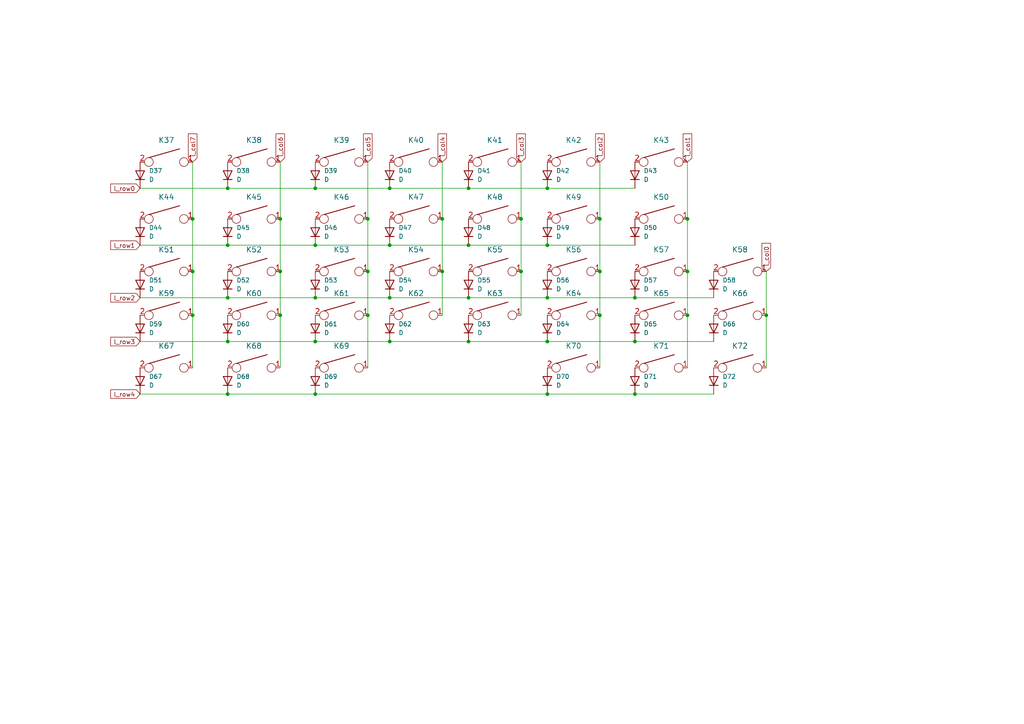
<source format=kicad_sch>
(kicad_sch (version 20230121) (generator eeschema)
  (paper "A4")
  (lib_symbols
    (symbol "Device:D" (pin_numbers hide) (pin_names (offset 1.016) hide)
      (property "Reference" "D" (at 0 2.54 0))
      (property "Value" "D" (at 0 -2.54 0))
      (symbol "D_0_1"
        (polyline (pts (xy -1.27 1.27) (xy -1.27 -1.27)) (stroke (width 0.254)))
        (polyline (pts (xy 1.27 0) (xy -1.27 0)))
        (polyline (pts (xy 1.27 1.27) (xy 1.27 -1.27) (xy -1.27 0) (xy 1.27 1.27)) (stroke (width 0.254)))
      )
      (symbol "D_1_1"
        (pin passive line (at -3.81 0 0) (length 2.54) (name "K") (number "1"))
        (pin passive line (at 3.81 0 180) (length 2.54) (name "A") (number "2"))
      )
    )
    (symbol "Keyboard_Parts:KEYSW" (pin_names (offset 1.016))
      (property "Reference" "K?" (at -1.27 0 0))
      (symbol "KEYSW_0_1"
        (circle (center -5.08 0) (radius 1.27))
        (polyline (pts (xy -5.08 1.27) (xy 3.81 3.81)) (stroke (width 0.254)))
        (circle (center 5.08 0) (radius 1.27))
      )
      (symbol "KEYSW_1_1"
        (pin passive line (at 7.62 0 180) (length 1.27) (name "~") (number "1"))
        (pin passive line (at -7.62 0 0) (length 1.27) (name "~") (number "2"))
      )
    )
  )
  (junction (at 222.25 91.44))
  (junction (at 173.99 78.74))
  (junction (at 113.03 86.36))
  (junction (at 113.03 54.61))
  (junction (at 66.04 99.06))
  (junction (at 184.15 86.36))
  (junction (at 113.03 99.06))
  (junction (at 66.04 54.61))
  (junction (at 55.88 63.5))
  (junction (at 91.44 71.12))
  (junction (at 66.04 114.3))
  (junction (at 91.44 99.06))
  (junction (at 106.68 63.5))
  (junction (at 91.44 86.36))
  (junction (at 199.39 91.44))
  (junction (at 135.89 99.06))
  (junction (at 55.88 78.74))
  (junction (at 128.27 78.74))
  (junction (at 173.99 63.5))
  (junction (at 173.99 91.44))
  (junction (at 128.27 63.5))
  (junction (at 81.28 78.74))
  (junction (at 158.75 99.06))
  (junction (at 158.75 71.12))
  (junction (at 113.03 71.12))
  (junction (at 81.28 91.44))
  (junction (at 158.75 54.61))
  (junction (at 199.39 78.74))
  (junction (at 81.28 63.5))
  (junction (at 66.04 86.36))
  (junction (at 66.04 71.12))
  (junction (at 151.13 78.74))
  (junction (at 91.44 54.61))
  (junction (at 151.13 63.5))
  (junction (at 106.68 91.44))
  (junction (at 91.44 114.3))
  (junction (at 199.39 63.5))
  (junction (at 106.68 78.74))
  (junction (at 55.88 91.44))
  (junction (at 184.15 99.06))
  (junction (at 135.89 86.36))
  (junction (at 135.89 54.61))
  (junction (at 158.75 86.36))
  (junction (at 158.75 114.3))
  (junction (at 135.89 71.12))
  (junction (at 184.15 114.3))
  (wire (pts (xy 222.25 78.74) (xy 222.25 91.44)))
  (wire (pts (xy 91.44 114.3) (xy 158.75 114.3)))
  (wire (pts (xy 40.64 99.06) (xy 66.04 99.06)))
  (wire (pts (xy 55.88 91.44) (xy 55.88 106.68)))
  (wire (pts (xy 66.04 71.12) (xy 91.44 71.12)))
  (wire (pts (xy 199.39 78.74) (xy 199.39 91.44)))
  (wire (pts (xy 113.03 99.06) (xy 135.89 99.06)))
  (wire (pts (xy 151.13 63.5) (xy 151.13 78.74)))
  (wire (pts (xy 173.99 46.99) (xy 173.99 63.5)))
  (wire (pts (xy 106.68 91.44) (xy 106.68 106.68)))
  (wire (pts (xy 151.13 78.74) (xy 151.13 91.44)))
  (wire (pts (xy 128.27 63.5) (xy 128.27 78.74)))
  (wire (pts (xy 81.28 91.44) (xy 81.28 106.68)))
  (wire (pts (xy 222.25 91.44) (xy 222.25 106.68)))
  (wire (pts (xy 40.64 54.61) (xy 66.04 54.61)))
  (wire (pts (xy 81.28 63.5) (xy 81.28 78.74)))
  (wire (pts (xy 81.28 78.74) (xy 81.28 91.44)))
  (wire (pts (xy 106.68 63.5) (xy 106.68 78.74)))
  (wire (pts (xy 158.75 114.3) (xy 184.15 114.3)))
  (wire (pts (xy 199.39 63.5) (xy 199.39 78.74)))
  (wire (pts (xy 135.89 54.61) (xy 158.75 54.61)))
  (wire (pts (xy 128.27 46.99) (xy 128.27 63.5)))
  (wire (pts (xy 173.99 91.44) (xy 173.99 106.68)))
  (wire (pts (xy 106.68 78.74) (xy 106.68 91.44)))
  (wire (pts (xy 66.04 86.36) (xy 91.44 86.36)))
  (wire (pts (xy 135.89 71.12) (xy 158.75 71.12)))
  (wire (pts (xy 91.44 54.61) (xy 113.03 54.61)))
  (wire (pts (xy 55.88 78.74) (xy 55.88 91.44)))
  (wire (pts (xy 55.88 63.5) (xy 55.88 78.74)))
  (wire (pts (xy 135.89 99.06) (xy 158.75 99.06)))
  (wire (pts (xy 91.44 99.06) (xy 113.03 99.06)))
  (wire (pts (xy 40.64 114.3) (xy 66.04 114.3)))
  (wire (pts (xy 184.15 99.06) (xy 207.01 99.06)))
  (wire (pts (xy 199.39 46.99) (xy 199.39 63.5)))
  (wire (pts (xy 113.03 54.61) (xy 135.89 54.61)))
  (wire (pts (xy 151.13 46.99) (xy 151.13 63.5)))
  (wire (pts (xy 40.64 86.36) (xy 66.04 86.36)))
  (wire (pts (xy 158.75 99.06) (xy 184.15 99.06)))
  (wire (pts (xy 158.75 71.12) (xy 184.15 71.12)))
  (wire (pts (xy 173.99 63.5) (xy 173.99 78.74)))
  (wire (pts (xy 184.15 86.36) (xy 207.01 86.36)))
  (wire (pts (xy 40.64 71.12) (xy 66.04 71.12)))
  (wire (pts (xy 173.99 78.74) (xy 173.99 91.44)))
  (wire (pts (xy 106.68 46.99) (xy 106.68 63.5)))
  (wire (pts (xy 158.75 54.61) (xy 184.15 54.61)))
  (wire (pts (xy 113.03 86.36) (xy 135.89 86.36)))
  (wire (pts (xy 184.15 114.3) (xy 207.01 114.3)))
  (wire (pts (xy 81.28 46.99) (xy 81.28 63.5)))
  (wire (pts (xy 128.27 78.74) (xy 128.27 91.44)))
  (wire (pts (xy 113.03 71.12) (xy 135.89 71.12)))
  (wire (pts (xy 66.04 99.06) (xy 91.44 99.06)))
  (wire (pts (xy 55.88 46.99) (xy 55.88 63.5)))
  (wire (pts (xy 158.75 86.36) (xy 184.15 86.36)))
  (wire (pts (xy 91.44 86.36) (xy 113.03 86.36)))
  (wire (pts (xy 66.04 114.3) (xy 91.44 114.3)))
  (wire (pts (xy 91.44 71.12) (xy 113.03 71.12)))
  (wire (pts (xy 199.39 91.44) (xy 199.39 106.68)))
  (wire (pts (xy 135.89 86.36) (xy 158.75 86.36)))
  (wire (pts (xy 66.04 54.61) (xy 91.44 54.61)))
  (global_label "l_col3" (shape input) (at 151.13 46.99 90) (property "Intersheetrefs" "${INTERSHEET_REFS}" (effects hide)))
  (global_label "l_col2" (shape input) (at 173.99 46.99 90) (property "Intersheetrefs" "${INTERSHEET_REFS}" (effects hide)))
  (global_label "l_col1" (shape input) (at 199.39 46.99 90) (property "Intersheetrefs" "${INTERSHEET_REFS}" (effects hide)))
  (global_label "l_col4" (shape input) (at 128.27 46.99 90) (property "Intersheetrefs" "${INTERSHEET_REFS}" (effects hide)))
  (global_label "l_row4" (shape input) (at 40.64 114.3 180) (property "Intersheetrefs" "${INTERSHEET_REFS}" (effects hide)))
  (global_label "l_col6" (shape input) (at 81.28 46.99 90) (property "Intersheetrefs" "${INTERSHEET_REFS}" (effects hide)))
  (global_label "l_col0" (shape input) (at 222.25 78.74 90) (property "Intersheetrefs" "${INTERSHEET_REFS}" (effects hide)))
  (global_label "l_row0" (shape input) (at 40.64 54.61 180) (property "Intersheetrefs" "${INTERSHEET_REFS}" (effects hide)))
  (global_label "l_col5" (shape input) (at 106.68 46.99 90) (property "Intersheetrefs" "${INTERSHEET_REFS}" (effects hide)))
  (global_label "l_row1" (shape input) (at 40.64 71.12 180) (property "Intersheetrefs" "${INTERSHEET_REFS}" (effects hide)))
  (global_label "l_col7" (shape input) (at 55.88 46.99 90) (property "Intersheetrefs" "${INTERSHEET_REFS}" (effects hide)))
  (global_label "l_row3" (shape input) (at 40.64 99.06 180) (property "Intersheetrefs" "${INTERSHEET_REFS}" (effects hide)))
  (global_label "l_row2" (shape input) (at 40.64 86.36 180) (property "Intersheetrefs" "${INTERSHEET_REFS}" (effects hide)))
  (symbol (lib_id "Device:D") (at 135.89 67.31 90) (unit 1)
    (property "Reference" "D48" (at 138.43 66.04 90) (effects (justify right)))
    (property "Value" "D" (at 138.43 68.58 90) (effects (justify right)))
    (property "Footprint" "Diode_SMD:D_SOD-323" (effects hide))
    (property "Sim.Device" "D" (effects hide))
    (property "Sim.Pins" "1=K 2=A" (effects hide))
  )
  (symbol (lib_id "Keyboard_Parts:KEYSW") (at 99.06 63.5 0) (unit 1)
    (property "Reference" "K46" (at 99.06 57.15 0) (effects (font (size 1.524 1.524))))
    (property "Value" "KEYSW" (effects hide))
    (property "Footprint" "KiSwitch_Kailh_Hotswap:SW_Hotswap_Kailh_Choc_V1_1.00u" (effects hide))
  )
  (symbol (lib_id "Device:D") (at 66.04 50.8 90) (unit 1)
    (property "Reference" "D38" (at 68.58 49.53 90) (effects (justify right)))
    (property "Value" "D" (at 68.58 52.07 90) (effects (justify right)))
    (property "Footprint" "Diode_SMD:D_SOD-323" (effects hide))
    (property "Sim.Device" "D" (effects hide))
    (property "Sim.Pins" "1=K 2=A" (effects hide))
  )
  (symbol (lib_id "Device:D") (at 184.15 67.31 90) (unit 1)
    (property "Reference" "D50" (at 186.69 66.04 90) (effects (justify right)))
    (property "Value" "D" (at 186.69 68.58 90) (effects (justify right)))
    (property "Footprint" "Diode_SMD:D_SOD-323" (effects hide))
    (property "Sim.Device" "D" (effects hide))
    (property "Sim.Pins" "1=K 2=A" (effects hide))
  )
  (symbol (lib_id "Device:D") (at 91.44 50.8 90) (unit 1)
    (property "Reference" "D39" (at 93.98 49.53 90) (effects (justify right)))
    (property "Value" "D" (at 93.98 52.07 90) (effects (justify right)))
    (property "Footprint" "Diode_SMD:D_SOD-323" (effects hide))
    (property "Sim.Device" "D" (effects hide))
    (property "Sim.Pins" "1=K 2=A" (effects hide))
  )
  (symbol (lib_id "Keyboard_Parts:KEYSW") (at 143.51 46.99 0) (unit 1)
    (property "Reference" "K41" (at 143.51 40.64 0) (effects (font (size 1.524 1.524))))
    (property "Value" "KEYSW" (effects hide))
    (property "Footprint" "KiSwitch_Kailh_Hotswap:SW_Hotswap_Kailh_Choc_V1_1.00u" (effects hide))
  )
  (symbol (lib_id "Device:D") (at 113.03 67.31 90) (unit 1)
    (property "Reference" "D47" (at 115.57 66.04 90) (effects (justify right)))
    (property "Value" "D" (at 115.57 68.58 90) (effects (justify right)))
    (property "Footprint" "Diode_SMD:D_SOD-323" (effects hide))
    (property "Sim.Device" "D" (effects hide))
    (property "Sim.Pins" "1=K 2=A" (effects hide))
  )
  (symbol (lib_id "Device:D") (at 158.75 82.55 90) (unit 1)
    (property "Reference" "D56" (at 161.29 81.28 90) (effects (justify right)))
    (property "Value" "D" (at 161.29 83.82 90) (effects (justify right)))
    (property "Footprint" "Diode_SMD:D_SOD-323" (effects hide))
    (property "Sim.Device" "D" (effects hide))
    (property "Sim.Pins" "1=K 2=A" (effects hide))
  )
  (symbol (lib_id "Keyboard_Parts:KEYSW") (at 166.37 78.74 0) (unit 1)
    (property "Reference" "K56" (at 166.37 72.39 0) (effects (font (size 1.524 1.524))))
    (property "Value" "KEYSW" (effects hide))
    (property "Footprint" "KiSwitch_Kailh_Hotswap:SW_Hotswap_Kailh_Choc_V1_1.00u" (effects hide))
  )
  (symbol (lib_id "Device:D") (at 207.01 82.55 90) (unit 1)
    (property "Reference" "D58" (at 209.55 81.28 90) (effects (justify right)))
    (property "Value" "D" (at 209.55 83.82 90) (effects (justify right)))
    (property "Footprint" "Diode_SMD:D_SOD-323" (effects hide))
    (property "Sim.Device" "D" (effects hide))
    (property "Sim.Pins" "1=K 2=A" (effects hide))
  )
  (symbol (lib_id "Keyboard_Parts:KEYSW") (at 120.65 91.44 0) (unit 1)
    (property "Reference" "K62" (at 120.65 85.09 0) (effects (font (size 1.524 1.524))))
    (property "Value" "KEYSW" (effects hide))
    (property "Footprint" "KiSwitch_Kailh_Hotswap:SW_Hotswap_Kailh_Choc_V1_1.00u" (effects hide))
  )
  (symbol (lib_id "Keyboard_Parts:KEYSW") (at 73.66 106.68 0) (unit 1)
    (property "Reference" "K68" (at 73.66 100.33 0) (effects (font (size 1.524 1.524))))
    (property "Value" "KEYSW" (effects hide))
    (property "Footprint" "KiSwitch_Kailh_Hotswap:SW_Hotswap_Kailh_Choc_V1_1.00u" (effects hide))
  )
  (symbol (lib_id "Device:D") (at 40.64 50.8 90) (unit 1)
    (property "Reference" "D37" (at 43.18 49.53 90) (effects (justify right)))
    (property "Value" "D" (at 43.18 52.07 90) (effects (justify right)))
    (property "Footprint" "Diode_SMD:D_SOD-323" (effects hide))
    (property "Sim.Device" "D" (effects hide))
    (property "Sim.Pins" "1=K 2=A" (effects hide))
  )
  (symbol (lib_id "Keyboard_Parts:KEYSW") (at 120.65 78.74 0) (unit 1)
    (property "Reference" "K54" (at 120.65 72.39 0) (effects (font (size 1.524 1.524))))
    (property "Value" "KEYSW" (effects hide))
    (property "Footprint" "KiSwitch_Kailh_Hotswap:SW_Hotswap_Kailh_Choc_V1_1.00u" (effects hide))
  )
  (symbol (lib_id "Keyboard_Parts:KEYSW") (at 143.51 91.44 0) (unit 1)
    (property "Reference" "K63" (at 143.51 85.09 0) (effects (font (size 1.524 1.524))))
    (property "Value" "KEYSW" (effects hide))
    (property "Footprint" "KiSwitch_Kailh_Hotswap:SW_Hotswap_Kailh_Choc_V1_1.00u" (effects hide))
  )
  (symbol (lib_id "Device:D") (at 113.03 50.8 90) (unit 1)
    (property "Reference" "D40" (at 115.57 49.53 90) (effects (justify right)))
    (property "Value" "D" (at 115.57 52.07 90) (effects (justify right)))
    (property "Footprint" "Diode_SMD:D_SOD-323" (effects hide))
    (property "Sim.Device" "D" (effects hide))
    (property "Sim.Pins" "1=K 2=A" (effects hide))
  )
  (symbol (lib_id "Device:D") (at 207.01 110.49 90) (unit 1)
    (property "Reference" "D72" (at 209.55 109.22 90) (effects (justify right)))
    (property "Value" "D" (at 209.55 111.76 90) (effects (justify right)))
    (property "Footprint" "Diode_SMD:D_SOD-323" (effects hide))
    (property "Sim.Device" "D" (effects hide))
    (property "Sim.Pins" "1=K 2=A" (effects hide))
  )
  (symbol (lib_id "Device:D") (at 91.44 67.31 90) (unit 1)
    (property "Reference" "D46" (at 93.98 66.04 90) (effects (justify right)))
    (property "Value" "D" (at 93.98 68.58 90) (effects (justify right)))
    (property "Footprint" "Diode_SMD:D_SOD-323" (effects hide))
    (property "Sim.Device" "D" (effects hide))
    (property "Sim.Pins" "1=K 2=A" (effects hide))
  )
  (symbol (lib_id "Device:D") (at 40.64 110.49 90) (unit 1)
    (property "Reference" "D67" (at 43.18 109.22 90) (effects (justify right)))
    (property "Value" "D" (at 43.18 111.76 90) (effects (justify right)))
    (property "Footprint" "Diode_SMD:D_SOD-323" (effects hide))
    (property "Sim.Device" "D" (effects hide))
    (property "Sim.Pins" "1=K 2=A" (effects hide))
  )
  (symbol (lib_id "Keyboard_Parts:KEYSW") (at 48.26 63.5 0) (unit 1)
    (property "Reference" "K44" (at 48.26 57.15 0) (effects (font (size 1.524 1.524))))
    (property "Value" "KEYSW" (effects hide))
    (property "Footprint" "KiSwitch_Kailh_Hotswap:SW_Hotswap_Kailh_Choc_V1_1.00u" (effects hide))
  )
  (symbol (lib_id "Keyboard_Parts:KEYSW") (at 166.37 46.99 0) (unit 1)
    (property "Reference" "K42" (at 166.37 40.64 0) (effects (font (size 1.524 1.524))))
    (property "Value" "KEYSW" (effects hide))
    (property "Footprint" "KiSwitch_Kailh_Hotswap:SW_Hotswap_Kailh_Choc_V1_1.00u" (effects hide))
  )
  (symbol (lib_id "Keyboard_Parts:KEYSW") (at 166.37 106.68 0) (unit 1)
    (property "Reference" "K70" (at 166.37 100.33 0) (effects (font (size 1.524 1.524))))
    (property "Value" "KEYSW" (effects hide))
    (property "Footprint" "KiSwitch_Kailh_Hotswap:SW_Hotswap_Kailh_Choc_V1_1.00u" (effects hide))
  )
  (symbol (lib_id "Device:D") (at 66.04 67.31 90) (unit 1)
    (property "Reference" "D45" (at 68.58 66.04 90) (effects (justify right)))
    (property "Value" "D" (at 68.58 68.58 90) (effects (justify right)))
    (property "Footprint" "Diode_SMD:D_SOD-323" (effects hide))
    (property "Sim.Device" "D" (effects hide))
    (property "Sim.Pins" "1=K 2=A" (effects hide))
  )
  (symbol (lib_id "Keyboard_Parts:KEYSW") (at 214.63 91.44 0) (unit 1)
    (property "Reference" "K66" (at 214.63 85.09 0) (effects (font (size 1.524 1.524))))
    (property "Value" "KEYSW" (effects hide))
    (property "Footprint" "KiSwitch_Kailh_Hotswap:SW_Hotswap_Kailh_Choc_V1_1.00u" (effects hide))
  )
  (symbol (lib_id "Keyboard_Parts:KEYSW") (at 73.66 46.99 0) (unit 1)
    (property "Reference" "K38" (at 73.66 40.64 0) (effects (font (size 1.524 1.524))))
    (property "Value" "KEYSW" (effects hide))
    (property "Footprint" "KiSwitch_Kailh_Hotswap:SW_Hotswap_Kailh_Choc_V1_1.00u" (effects hide))
  )
  (symbol (lib_id "Keyboard_Parts:KEYSW") (at 73.66 78.74 0) (unit 1)
    (property "Reference" "K52" (at 73.66 72.39 0) (effects (font (size 1.524 1.524))))
    (property "Value" "KEYSW" (effects hide))
    (property "Footprint" "KiSwitch_Kailh_Hotswap:SW_Hotswap_Kailh_Choc_V1_1.00u" (effects hide))
  )
  (symbol (lib_id "Keyboard_Parts:KEYSW") (at 48.26 78.74 0) (unit 1)
    (property "Reference" "K51" (at 48.26 72.39 0) (effects (font (size 1.524 1.524))))
    (property "Value" "KEYSW" (effects hide))
    (property "Footprint" "KiSwitch_Kailh_Hotswap:SW_Hotswap_Kailh_Choc_V1_1.00u" (effects hide))
  )
  (symbol (lib_id "Keyboard_Parts:KEYSW") (at 73.66 63.5 0) (unit 1)
    (property "Reference" "K45" (at 73.66 57.15 0) (effects (font (size 1.524 1.524))))
    (property "Value" "KEYSW" (effects hide))
    (property "Footprint" "KiSwitch_Kailh_Hotswap:SW_Hotswap_Kailh_Choc_V1_1.00u" (effects hide))
  )
  (symbol (lib_id "Device:D") (at 40.64 95.25 90) (unit 1)
    (property "Reference" "D59" (at 43.18 93.98 90) (effects (justify right)))
    (property "Value" "D" (at 43.18 96.52 90) (effects (justify right)))
    (property "Footprint" "Diode_SMD:D_SOD-323" (effects hide))
    (property "Sim.Device" "D" (effects hide))
    (property "Sim.Pins" "1=K 2=A" (effects hide))
  )
  (symbol (lib_id "Device:D") (at 158.75 110.49 90) (unit 1)
    (property "Reference" "D70" (at 161.29 109.22 90) (effects (justify right)))
    (property "Value" "D" (at 161.29 111.76 90) (effects (justify right)))
    (property "Footprint" "Diode_SMD:D_SOD-323" (effects hide))
    (property "Sim.Device" "D" (effects hide))
    (property "Sim.Pins" "1=K 2=A" (effects hide))
  )
  (symbol (lib_id "Keyboard_Parts:KEYSW") (at 99.06 106.68 0) (unit 1)
    (property "Reference" "K69" (at 99.06 100.33 0) (effects (font (size 1.524 1.524))))
    (property "Value" "KEYSW" (effects hide))
    (property "Footprint" "KiSwitch_Kailh_Hotswap:SW_Hotswap_Kailh_Choc_V1_1.00u" (effects hide))
  )
  (symbol (lib_id "Keyboard_Parts:KEYSW") (at 166.37 63.5 0) (unit 1)
    (property "Reference" "K49" (at 166.37 57.15 0) (effects (font (size 1.524 1.524))))
    (property "Value" "KEYSW" (effects hide))
    (property "Footprint" "KiSwitch_Kailh_Hotswap:SW_Hotswap_Kailh_Choc_V1_1.00u" (effects hide))
  )
  (symbol (lib_id "Device:D") (at 207.01 95.25 90) (unit 1)
    (property "Reference" "D66" (at 209.55 93.98 90) (effects (justify right)))
    (property "Value" "D" (at 209.55 96.52 90) (effects (justify right)))
    (property "Footprint" "Diode_SMD:D_SOD-323" (effects hide))
    (property "Sim.Device" "D" (effects hide))
    (property "Sim.Pins" "1=K 2=A" (effects hide))
  )
  (symbol (lib_id "Keyboard_Parts:KEYSW") (at 99.06 91.44 0) (unit 1)
    (property "Reference" "K61" (at 99.06 85.09 0) (effects (font (size 1.524 1.524))))
    (property "Value" "KEYSW" (effects hide))
    (property "Footprint" "KiSwitch_Kailh_Hotswap:SW_Hotswap_Kailh_Choc_V1_1.00u" (effects hide))
  )
  (symbol (lib_id "Keyboard_Parts:KEYSW") (at 73.66 91.44 0) (unit 1)
    (property "Reference" "K60" (at 73.66 85.09 0) (effects (font (size 1.524 1.524))))
    (property "Value" "KEYSW" (effects hide))
    (property "Footprint" "KiSwitch_Kailh_Hotswap:SW_Hotswap_Kailh_Choc_V1_1.00u" (effects hide))
  )
  (symbol (lib_id "Device:D") (at 40.64 67.31 90) (unit 1)
    (property "Reference" "D44" (at 43.18 66.04 90) (effects (justify right)))
    (property "Value" "D" (at 43.18 68.58 90) (effects (justify right)))
    (property "Footprint" "Diode_SMD:D_SOD-323" (effects hide))
    (property "Sim.Device" "D" (effects hide))
    (property "Sim.Pins" "1=K 2=A" (effects hide))
  )
  (symbol (lib_id "Device:D") (at 91.44 95.25 90) (unit 1)
    (property "Reference" "D61" (at 93.98 93.98 90) (effects (justify right)))
    (property "Value" "D" (at 93.98 96.52 90) (effects (justify right)))
    (property "Footprint" "Diode_SMD:D_SOD-323" (effects hide))
    (property "Sim.Device" "D" (effects hide))
    (property "Sim.Pins" "1=K 2=A" (effects hide))
  )
  (symbol (lib_id "Keyboard_Parts:KEYSW") (at 143.51 78.74 0) (unit 1)
    (property "Reference" "K55" (at 143.51 72.39 0) (effects (font (size 1.524 1.524))))
    (property "Value" "KEYSW" (effects hide))
    (property "Footprint" "KiSwitch_Kailh_Hotswap:SW_Hotswap_Kailh_Choc_V1_1.00u" (effects hide))
  )
  (symbol (lib_id "Keyboard_Parts:KEYSW") (at 48.26 46.99 0) (unit 1)
    (property "Reference" "K37" (at 48.26 40.64 0) (effects (font (size 1.524 1.524))))
    (property "Value" "KEYSW" (effects hide))
    (property "Footprint" "KiSwitch_Kailh_Hotswap:SW_Hotswap_Kailh_Choc_V1_1.00u" (effects hide))
  )
  (symbol (lib_id "Device:D") (at 66.04 110.49 90) (unit 1)
    (property "Reference" "D68" (at 68.58 109.22 90) (effects (justify right)))
    (property "Value" "D" (at 68.58 111.76 90) (effects (justify right)))
    (property "Footprint" "Diode_SMD:D_SOD-323" (effects hide))
    (property "Sim.Device" "D" (effects hide))
    (property "Sim.Pins" "1=K 2=A" (effects hide))
  )
  (symbol (lib_id "Keyboard_Parts:KEYSW") (at 191.77 91.44 0) (unit 1)
    (property "Reference" "K65" (at 191.77 85.09 0) (effects (font (size 1.524 1.524))))
    (property "Value" "KEYSW" (effects hide))
    (property "Footprint" "KiSwitch_Kailh_Hotswap:SW_Hotswap_Kailh_Choc_V1_1.00u" (effects hide))
  )
  (symbol (lib_id "Keyboard_Parts:KEYSW") (at 48.26 91.44 0) (unit 1)
    (property "Reference" "K59" (at 48.26 85.09 0) (effects (font (size 1.524 1.524))))
    (property "Value" "KEYSW" (effects hide))
    (property "Footprint" "KiSwitch_Kailh_Hotswap:SW_Hotswap_Kailh_Choc_V1_1.00u" (effects hide))
  )
  (symbol (lib_id "Keyboard_Parts:KEYSW") (at 48.26 106.68 0) (unit 1)
    (property "Reference" "K67" (at 48.26 100.33 0) (effects (font (size 1.524 1.524))))
    (property "Value" "KEYSW" (effects hide))
    (property "Footprint" "KiSwitch_Kailh_Hotswap:SW_Hotswap_Kailh_Choc_V1_1.00u" (effects hide))
  )
  (symbol (lib_id "Keyboard_Parts:KEYSW") (at 191.77 78.74 0) (unit 1)
    (property "Reference" "K57" (at 191.77 72.39 0) (effects (font (size 1.524 1.524))))
    (property "Value" "KEYSW" (effects hide))
    (property "Footprint" "KiSwitch_Kailh_Hotswap:SW_Hotswap_Kailh_Choc_V1_1.00u" (effects hide))
  )
  (symbol (lib_id "Keyboard_Parts:KEYSW") (at 191.77 106.68 0) (unit 1)
    (property "Reference" "K71" (at 191.77 100.33 0) (effects (font (size 1.524 1.524))))
    (property "Value" "KEYSW" (effects hide))
    (property "Footprint" "KiSwitch_Kailh_Hotswap:SW_Hotswap_Kailh_Choc_V1_1.00u" (effects hide))
  )
  (symbol (lib_id "Device:D") (at 184.15 110.49 90) (unit 1)
    (property "Reference" "D71" (at 186.69 109.22 90) (effects (justify right)))
    (property "Value" "D" (at 186.69 111.76 90) (effects (justify right)))
    (property "Footprint" "Diode_SMD:D_SOD-323" (effects hide))
    (property "Sim.Device" "D" (effects hide))
    (property "Sim.Pins" "1=K 2=A" (effects hide))
  )
  (symbol (lib_id "Keyboard_Parts:KEYSW") (at 143.51 63.5 0) (unit 1)
    (property "Reference" "K48" (at 143.51 57.15 0) (effects (font (size 1.524 1.524))))
    (property "Value" "KEYSW" (effects hide))
    (property "Footprint" "KiSwitch_Kailh_Hotswap:SW_Hotswap_Kailh_Choc_V1_1.00u" (effects hide))
  )
  (symbol (lib_id "Device:D") (at 135.89 50.8 90) (unit 1)
    (property "Reference" "D41" (at 138.43 49.53 90) (effects (justify right)))
    (property "Value" "D" (at 138.43 52.07 90) (effects (justify right)))
    (property "Footprint" "Diode_SMD:D_SOD-323" (effects hide))
    (property "Sim.Device" "D" (effects hide))
    (property "Sim.Pins" "1=K 2=A" (effects hide))
  )
  (symbol (lib_id "Device:D") (at 135.89 82.55 90) (unit 1)
    (property "Reference" "D55" (at 138.43 81.28 90) (effects (justify right)))
    (property "Value" "D" (at 138.43 83.82 90) (effects (justify right)))
    (property "Footprint" "Diode_SMD:D_SOD-323" (effects hide))
    (property "Sim.Device" "D" (effects hide))
    (property "Sim.Pins" "1=K 2=A" (effects hide))
  )
  (symbol (lib_id "Device:D") (at 184.15 50.8 90) (unit 1)
    (property "Reference" "D43" (at 186.69 49.53 90) (effects (justify right)))
    (property "Value" "D" (at 186.69 52.07 90) (effects (justify right)))
    (property "Footprint" "Diode_SMD:D_SOD-323" (effects hide))
    (property "Sim.Device" "D" (effects hide))
    (property "Sim.Pins" "1=K 2=A" (effects hide))
  )
  (symbol (lib_id "Device:D") (at 113.03 95.25 90) (unit 1)
    (property "Reference" "D62" (at 115.57 93.98 90) (effects (justify right)))
    (property "Value" "D" (at 115.57 96.52 90) (effects (justify right)))
    (property "Footprint" "Diode_SMD:D_SOD-323" (effects hide))
    (property "Sim.Device" "D" (effects hide))
    (property "Sim.Pins" "1=K 2=A" (effects hide))
  )
  (symbol (lib_id "Device:D") (at 158.75 50.8 90) (unit 1)
    (property "Reference" "D42" (at 161.29 49.53 90) (effects (justify right)))
    (property "Value" "D" (at 161.29 52.07 90) (effects (justify right)))
    (property "Footprint" "Diode_SMD:D_SOD-323" (effects hide))
    (property "Sim.Device" "D" (effects hide))
    (property "Sim.Pins" "1=K 2=A" (effects hide))
  )
  (symbol (lib_id "Keyboard_Parts:KEYSW") (at 191.77 63.5 0) (unit 1)
    (property "Reference" "K50" (at 191.77 57.15 0) (effects (font (size 1.524 1.524))))
    (property "Value" "KEYSW" (effects hide))
    (property "Footprint" "KiSwitch_Kailh_Hotswap:SW_Hotswap_Kailh_Choc_V1_1.00u" (effects hide))
  )
  (symbol (lib_id "Device:D") (at 158.75 95.25 90) (unit 1)
    (property "Reference" "D64" (at 161.29 93.98 90) (effects (justify right)))
    (property "Value" "D" (at 161.29 96.52 90) (effects (justify right)))
    (property "Footprint" "Diode_SMD:D_SOD-323" (effects hide))
    (property "Sim.Device" "D" (effects hide))
    (property "Sim.Pins" "1=K 2=A" (effects hide))
  )
  (symbol (lib_id "Device:D") (at 184.15 95.25 90) (unit 1)
    (property "Reference" "D65" (at 186.69 93.98 90) (effects (justify right)))
    (property "Value" "D" (at 186.69 96.52 90) (effects (justify right)))
    (property "Footprint" "Diode_SMD:D_SOD-323" (effects hide))
    (property "Sim.Device" "D" (effects hide))
    (property "Sim.Pins" "1=K 2=A" (effects hide))
  )
  (symbol (lib_id "Keyboard_Parts:KEYSW") (at 120.65 46.99 0) (unit 1)
    (property "Reference" "K40" (at 120.65 40.64 0) (effects (font (size 1.524 1.524))))
    (property "Value" "KEYSW" (effects hide))
    (property "Footprint" "KiSwitch_Kailh_Hotswap:SW_Hotswap_Kailh_Choc_V1_1.00u" (effects hide))
  )
  (symbol (lib_id "Keyboard_Parts:KEYSW") (at 99.06 46.99 0) (unit 1)
    (property "Reference" "K39" (at 99.06 40.64 0) (effects (font (size 1.524 1.524))))
    (property "Value" "KEYSW" (effects hide))
    (property "Footprint" "KiSwitch_Kailh_Hotswap:SW_Hotswap_Kailh_Choc_V1_1.00u" (effects hide))
  )
  (symbol (lib_id "Device:D") (at 184.15 82.55 90) (unit 1)
    (property "Reference" "D57" (at 186.69 81.28 90) (effects (justify right)))
    (property "Value" "D" (at 186.69 83.82 90) (effects (justify right)))
    (property "Footprint" "Diode_SMD:D_SOD-323" (effects hide))
    (property "Sim.Device" "D" (effects hide))
    (property "Sim.Pins" "1=K 2=A" (effects hide))
  )
  (symbol (lib_id "Keyboard_Parts:KEYSW") (at 99.06 78.74 0) (unit 1)
    (property "Reference" "K53" (at 99.06 72.39 0) (effects (font (size 1.524 1.524))))
    (property "Value" "KEYSW" (effects hide))
    (property "Footprint" "KiSwitch_Kailh_Hotswap:SW_Hotswap_Kailh_Choc_V1_1.00u" (effects hide))
  )
  (symbol (lib_id "Device:D") (at 158.75 67.31 90) (unit 1)
    (property "Reference" "D49" (at 161.29 66.04 90) (effects (justify right)))
    (property "Value" "D" (at 161.29 68.58 90) (effects (justify right)))
    (property "Footprint" "Diode_SMD:D_SOD-323" (effects hide))
    (property "Sim.Device" "D" (effects hide))
    (property "Sim.Pins" "1=K 2=A" (effects hide))
  )
  (symbol (lib_id "Keyboard_Parts:KEYSW") (at 120.65 63.5 0) (unit 1)
    (property "Reference" "K47" (at 120.65 57.15 0) (effects (font (size 1.524 1.524))))
    (property "Value" "KEYSW" (effects hide))
    (property "Footprint" "KiSwitch_Kailh_Hotswap:SW_Hotswap_Kailh_Choc_V1_1.00u" (effects hide))
  )
  (symbol (lib_id "Keyboard_Parts:KEYSW") (at 191.77 46.99 0) (unit 1)
    (property "Reference" "K43" (at 191.77 40.64 0) (effects (font (size 1.524 1.524))))
    (property "Value" "KEYSW" (effects hide))
    (property "Footprint" "KiSwitch_Kailh_Hotswap:SW_Hotswap_Kailh_Choc_V1_1.00u" (effects hide))
  )
  (symbol (lib_id "Keyboard_Parts:KEYSW") (at 214.63 78.74 0) (unit 1)
    (property "Reference" "K58" (at 214.63 72.39 0) (effects (font (size 1.524 1.524))))
    (property "Value" "KEYSW" (effects hide))
    (property "Footprint" "KiSwitch_Kailh_Hotswap:SW_Hotswap_Kailh_Choc_V1_1.00u" (effects hide))
  )
  (symbol (lib_id "Device:D") (at 91.44 110.49 90) (unit 1)
    (property "Reference" "D69" (at 93.98 109.22 90) (effects (justify right)))
    (property "Value" "D" (at 93.98 111.76 90) (effects (justify right)))
    (property "Footprint" "Diode_SMD:D_SOD-323" (effects hide))
    (property "Sim.Device" "D" (effects hide))
    (property "Sim.Pins" "1=K 2=A" (effects hide))
  )
  (symbol (lib_id "Device:D") (at 91.44 82.55 90) (unit 1)
    (property "Reference" "D53" (at 93.98 81.28 90) (effects (justify right)))
    (property "Value" "D" (at 93.98 83.82 90) (effects (justify right)))
    (property "Footprint" "Diode_SMD:D_SOD-323" (effects hide))
    (property "Sim.Device" "D" (effects hide))
    (property "Sim.Pins" "1=K 2=A" (effects hide))
  )
  (symbol (lib_id "Keyboard_Parts:KEYSW") (at 214.63 106.68 0) (unit 1)
    (property "Reference" "K72" (at 214.63 100.33 0) (effects (font (size 1.524 1.524))))
    (property "Value" "KEYSW" (effects hide))
    (property "Footprint" "KiSwitch_Kailh_Hotswap:SW_Hotswap_Kailh_Choc_V1_1.50u" (effects hide))
  )
  (symbol (lib_id "Device:D") (at 135.89 95.25 90) (unit 1)
    (property "Reference" "D63" (at 138.43 93.98 90) (effects (justify right)))
    (property "Value" "D" (at 138.43 96.52 90) (effects (justify right)))
    (property "Footprint" "Diode_SMD:D_SOD-323" (effects hide))
    (property "Sim.Device" "D" (effects hide))
    (property "Sim.Pins" "1=K 2=A" (effects hide))
  )
  (symbol (lib_id "Device:D") (at 66.04 82.55 90) (unit 1)
    (property "Reference" "D52" (at 68.58 81.28 90) (effects (justify right)))
    (property "Value" "D" (at 68.58 83.82 90) (effects (justify right)))
    (property "Footprint" "Diode_SMD:D_SOD-323" (effects hide))
    (property "Sim.Device" "D" (effects hide))
    (property "Sim.Pins" "1=K 2=A" (effects hide))
  )
  (symbol (lib_id "Device:D") (at 113.03 82.55 90) (unit 1)
    (property "Reference" "D54" (at 115.57 81.28 90) (effects (justify right)))
    (property "Value" "D" (at 115.57 83.82 90) (effects (justify right)))
    (property "Footprint" "Diode_SMD:D_SOD-323" (effects hide))
    (property "Sim.Device" "D" (effects hide))
    (property "Sim.Pins" "1=K 2=A" (effects hide))
  )
  (symbol (lib_id "Keyboard_Parts:KEYSW") (at 166.37 91.44 0) (unit 1)
    (property "Reference" "K64" (at 166.37 85.09 0) (effects (font (size 1.524 1.524))))
    (property "Value" "KEYSW" (effects hide))
    (property "Footprint" "KiSwitch_Kailh_Hotswap:SW_Hotswap_Kailh_Choc_V1_1.00u" (effects hide))
  )
  (symbol (lib_id "Device:D") (at 40.64 82.55 90) (unit 1)
    (property "Reference" "D51" (at 43.18 81.28 90) (effects (justify right)))
    (property "Value" "D" (at 43.18 83.82 90) (effects (justify right)))
    (property "Footprint" "Diode_SMD:D_SOD-323" (effects hide))
    (property "Sim.Device" "D" (effects hide))
    (property "Sim.Pins" "1=K 2=A" (effects hide))
  )
  (symbol (lib_id "Device:D") (at 66.04 95.25 90) (unit 1)
    (property "Reference" "D60" (at 68.58 93.98 90) (effects (justify right)))
    (property "Value" "D" (at 68.58 96.52 90) (effects (justify right)))
    (property "Footprint" "Diode_SMD:D_SOD-323" (effects hide))
    (property "Sim.Device" "D" (effects hide))
    (property "Sim.Pins" "1=K 2=A" (effects hide))
  )
)
</source>
